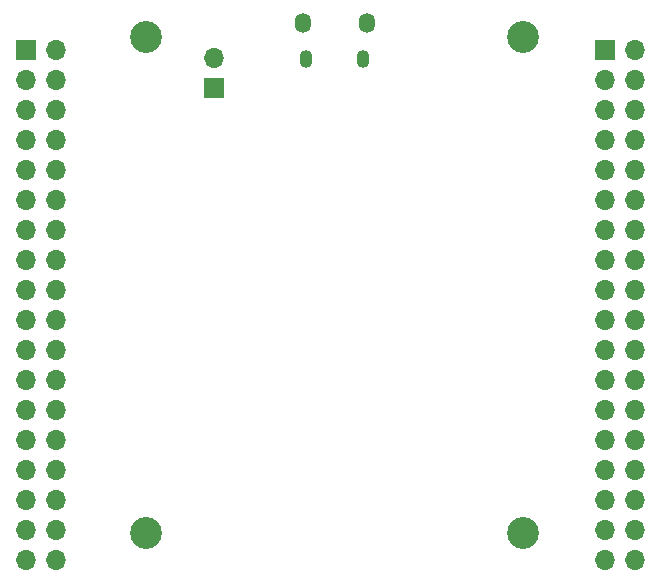
<source format=gbs>
G04 #@! TF.GenerationSoftware,KiCad,Pcbnew,8.0.9-1.fc41*
G04 #@! TF.CreationDate,2025-06-25T22:37:00-07:00*
G04 #@! TF.ProjectId,rp2040_custom_devboard,72703230-3430-45f6-9375-73746f6d5f64,rev?*
G04 #@! TF.SameCoordinates,Original*
G04 #@! TF.FileFunction,Soldermask,Bot*
G04 #@! TF.FilePolarity,Negative*
%FSLAX46Y46*%
G04 Gerber Fmt 4.6, Leading zero omitted, Abs format (unit mm)*
G04 Created by KiCad (PCBNEW 8.0.9-1.fc41) date 2025-06-25 22:37:00*
%MOMM*%
%LPD*%
G01*
G04 APERTURE LIST*
%ADD10R,1.700000X1.700000*%
%ADD11O,1.700000X1.700000*%
%ADD12C,2.700000*%
%ADD13O,1.350000X1.700000*%
%ADD14O,1.100000X1.500000*%
G04 APERTURE END LIST*
D10*
X132800000Y-88875000D03*
D11*
X132800000Y-86335000D03*
D12*
X159000000Y-84500000D03*
X159000000Y-126500000D03*
X127000000Y-126500000D03*
X127000000Y-84500000D03*
D10*
X116860000Y-85640000D03*
D11*
X119400000Y-85640000D03*
X116860000Y-88180000D03*
X119400000Y-88180000D03*
X116860000Y-90720000D03*
X119400000Y-90720000D03*
X116860000Y-93260000D03*
X119400000Y-93260000D03*
X116860000Y-95800000D03*
X119400000Y-95800000D03*
X116860000Y-98340000D03*
X119400000Y-98340000D03*
X116860000Y-100880000D03*
X119400000Y-100880000D03*
X116860000Y-103420000D03*
X119400000Y-103420000D03*
X116860000Y-105960000D03*
X119400000Y-105960000D03*
X116860000Y-108500000D03*
X119400000Y-108500000D03*
X116860000Y-111040000D03*
X119400000Y-111040000D03*
X116860000Y-113580000D03*
X119400000Y-113580000D03*
X116860000Y-116120000D03*
X119400000Y-116120000D03*
X116860000Y-118660000D03*
X119400000Y-118660000D03*
X116860000Y-121200000D03*
X119400000Y-121200000D03*
X116860000Y-123740000D03*
X119400000Y-123740000D03*
X116860000Y-126280000D03*
X119400000Y-126280000D03*
X116860000Y-128820000D03*
X119400000Y-128820000D03*
D13*
X145755000Y-83385000D03*
D14*
X145445000Y-86385000D03*
X140605000Y-86385000D03*
D13*
X140295000Y-83385000D03*
D10*
X165860000Y-85640000D03*
D11*
X168400000Y-85640000D03*
X165860000Y-88180000D03*
X168400000Y-88180000D03*
X165860000Y-90720000D03*
X168400000Y-90720000D03*
X165860000Y-93260000D03*
X168400000Y-93260000D03*
X165860000Y-95800000D03*
X168400000Y-95800000D03*
X165860000Y-98340000D03*
X168400000Y-98340000D03*
X165860000Y-100880000D03*
X168400000Y-100880000D03*
X165860000Y-103420000D03*
X168400000Y-103420000D03*
X165860000Y-105960000D03*
X168400000Y-105960000D03*
X165860000Y-108500000D03*
X168400000Y-108500000D03*
X165860000Y-111040000D03*
X168400000Y-111040000D03*
X165860000Y-113580000D03*
X168400000Y-113580000D03*
X165860000Y-116120000D03*
X168400000Y-116120000D03*
X165860000Y-118660000D03*
X168400000Y-118660000D03*
X165860000Y-121200000D03*
X168400000Y-121200000D03*
X165860000Y-123740000D03*
X168400000Y-123740000D03*
X165860000Y-126280000D03*
X168400000Y-126280000D03*
X165860000Y-128820000D03*
X168400000Y-128820000D03*
M02*

</source>
